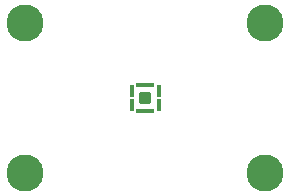
<source format=gbr>
%TF.GenerationSoftware,KiCad,Pcbnew,9.0.2*%
%TF.CreationDate,2025-05-19T10:14:33-04:00*%
%TF.ProjectId,lps28dfwBreakoutBoard,6c707332-3864-4667-9742-7265616b6f75,rev?*%
%TF.SameCoordinates,Original*%
%TF.FileFunction,Soldermask,Top*%
%TF.FilePolarity,Negative*%
%FSLAX46Y46*%
G04 Gerber Fmt 4.6, Leading zero omitted, Abs format (unit mm)*
G04 Created by KiCad (PCBNEW 9.0.2) date 2025-05-19 10:14:33*
%MOMM*%
%LPD*%
G01*
G04 APERTURE LIST*
G04 Aperture macros list*
%AMRoundRect*
0 Rectangle with rounded corners*
0 $1 Rounding radius*
0 $2 $3 $4 $5 $6 $7 $8 $9 X,Y pos of 4 corners*
0 Add a 4 corners polygon primitive as box body*
4,1,4,$2,$3,$4,$5,$6,$7,$8,$9,$2,$3,0*
0 Add four circle primitives for the rounded corners*
1,1,$1+$1,$2,$3*
1,1,$1+$1,$4,$5*
1,1,$1+$1,$6,$7*
1,1,$1+$1,$8,$9*
0 Add four rect primitives between the rounded corners*
20,1,$1+$1,$2,$3,$4,$5,0*
20,1,$1+$1,$4,$5,$6,$7,0*
20,1,$1+$1,$6,$7,$8,$9,0*
20,1,$1+$1,$8,$9,$2,$3,0*%
G04 Aperture macros list end*
%ADD10C,3.140000*%
%ADD11RoundRect,0.050000X-0.673900X-0.153200X0.673900X-0.153200X0.673900X0.153200X-0.673900X0.153200X0*%
%ADD12RoundRect,0.050000X-0.153200X0.419900X-0.153200X-0.419900X0.153200X-0.419900X0.153200X0.419900X0*%
%ADD13RoundRect,0.050000X-0.419900X0.419900X-0.419900X-0.419900X0.419900X-0.419900X0.419900X0.419900X0*%
G04 APERTURE END LIST*
D10*
%TO.C,REF\u002A\u002A*%
X129540000Y-114300000D03*
%TD*%
%TO.C,REF\u002A\u002A*%
X149860000Y-101600000D03*
%TD*%
D11*
%TO.C,U1*%
X139700000Y-106832400D03*
D12*
X138582400Y-107375000D03*
X138582400Y-108525000D03*
D11*
X139700000Y-109067600D03*
D12*
X140817600Y-108525000D03*
X140817600Y-107375000D03*
D13*
X139700000Y-107950000D03*
%TD*%
D10*
%TO.C,REF\u002A\u002A*%
X129540000Y-101600000D03*
%TD*%
%TO.C,REF\u002A\u002A*%
X149860000Y-114300000D03*
%TD*%
M02*

</source>
